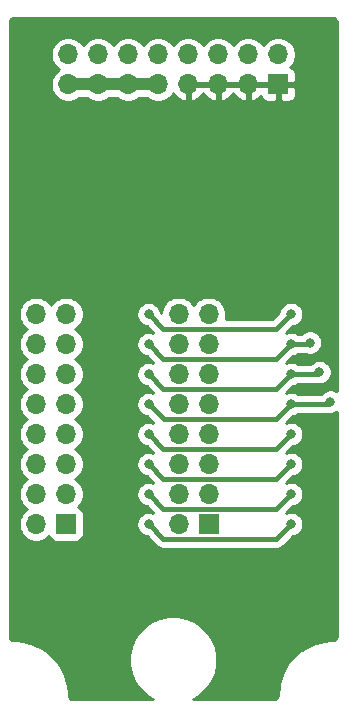
<source format=gbl>
%TF.GenerationSoftware,KiCad,Pcbnew,(5.1.9)-1*%
%TF.CreationDate,2021-08-11T21:42:47+01:00*%
%TF.ProjectId,Keymatrix,4b65796d-6174-4726-9978-2e6b69636164,rev?*%
%TF.SameCoordinates,Original*%
%TF.FileFunction,Copper,L2,Bot*%
%TF.FilePolarity,Positive*%
%FSLAX46Y46*%
G04 Gerber Fmt 4.6, Leading zero omitted, Abs format (unit mm)*
G04 Created by KiCad (PCBNEW (5.1.9)-1) date 2021-08-11 21:42:47*
%MOMM*%
%LPD*%
G01*
G04 APERTURE LIST*
%TA.AperFunction,ComponentPad*%
%ADD10O,1.700000X1.700000*%
%TD*%
%TA.AperFunction,ComponentPad*%
%ADD11R,1.700000X1.700000*%
%TD*%
%TA.AperFunction,ViaPad*%
%ADD12C,0.800000*%
%TD*%
%TA.AperFunction,Conductor*%
%ADD13C,1.000000*%
%TD*%
%TA.AperFunction,Conductor*%
%ADD14C,0.400000*%
%TD*%
%TA.AperFunction,Conductor*%
%ADD15C,0.254000*%
%TD*%
%TA.AperFunction,Conductor*%
%ADD16C,0.100000*%
%TD*%
G04 APERTURE END LIST*
D10*
%TO.P,J1,16*%
%TO.N,COL0*%
X22890000Y-45720000D03*
%TO.P,J1,15*%
%TO.N,Net-(D1-Pad2)*%
X25430000Y-45720000D03*
%TO.P,J1,14*%
%TO.N,COL0*%
X22890000Y-48260000D03*
%TO.P,J1,13*%
%TO.N,Net-(D3-Pad2)*%
X25430000Y-48260000D03*
%TO.P,J1,12*%
%TO.N,COL0*%
X22890000Y-50800000D03*
%TO.P,J1,11*%
%TO.N,Net-(D5-Pad2)*%
X25430000Y-50800000D03*
%TO.P,J1,10*%
%TO.N,COL0*%
X22890000Y-53340000D03*
%TO.P,J1,9*%
%TO.N,Net-(D7-Pad2)*%
X25430000Y-53340000D03*
%TO.P,J1,8*%
%TO.N,COL1*%
X22890000Y-55880000D03*
%TO.P,J1,7*%
%TO.N,Net-(D9-Pad2)*%
X25430000Y-55880000D03*
%TO.P,J1,6*%
%TO.N,COL1*%
X22890000Y-58420000D03*
%TO.P,J1,5*%
%TO.N,Net-(D11-Pad2)*%
X25430000Y-58420000D03*
%TO.P,J1,4*%
%TO.N,COL1*%
X22890000Y-60960000D03*
%TO.P,J1,3*%
%TO.N,Net-(D13-Pad2)*%
X25430000Y-60960000D03*
%TO.P,J1,2*%
%TO.N,COL1*%
X22890000Y-63500000D03*
D11*
%TO.P,J1,1*%
%TO.N,Net-(D15-Pad2)*%
X25430000Y-63500000D03*
%TD*%
D10*
%TO.P,J2,16*%
%TO.N,COL2*%
X34955000Y-45720000D03*
%TO.P,J2,15*%
%TO.N,Net-(D2-Pad2)*%
X37495000Y-45720000D03*
%TO.P,J2,14*%
%TO.N,COL2*%
X34955000Y-48260000D03*
%TO.P,J2,13*%
%TO.N,Net-(D4-Pad2)*%
X37495000Y-48260000D03*
%TO.P,J2,12*%
%TO.N,COL2*%
X34955000Y-50800000D03*
%TO.P,J2,11*%
%TO.N,Net-(D6-Pad2)*%
X37495000Y-50800000D03*
%TO.P,J2,10*%
%TO.N,COL2*%
X34955000Y-53340000D03*
%TO.P,J2,9*%
%TO.N,Net-(D8-Pad2)*%
X37495000Y-53340000D03*
%TO.P,J2,8*%
%TO.N,COL3*%
X34955000Y-55880000D03*
%TO.P,J2,7*%
%TO.N,Net-(D10-Pad2)*%
X37495000Y-55880000D03*
%TO.P,J2,6*%
%TO.N,COL3*%
X34955000Y-58420000D03*
%TO.P,J2,5*%
%TO.N,Net-(D12-Pad2)*%
X37495000Y-58420000D03*
%TO.P,J2,4*%
%TO.N,COL3*%
X34955000Y-60960000D03*
%TO.P,J2,3*%
%TO.N,Net-(D14-Pad2)*%
X37495000Y-60960000D03*
%TO.P,J2,2*%
%TO.N,COL3*%
X34955000Y-63500000D03*
D11*
%TO.P,J2,1*%
%TO.N,Net-(D16-Pad2)*%
X37495000Y-63500000D03*
%TD*%
D10*
%TO.P,J3,16*%
%TO.N,COL0*%
X25610000Y-23730000D03*
%TO.P,J3,15*%
%TO.N,+5V*%
X25610000Y-26270000D03*
%TO.P,J3,14*%
%TO.N,COL1*%
X28150000Y-23730000D03*
%TO.P,J3,13*%
%TO.N,+5V*%
X28150000Y-26270000D03*
%TO.P,J3,12*%
%TO.N,COL2*%
X30690000Y-23730000D03*
%TO.P,J3,11*%
%TO.N,+5V*%
X30690000Y-26270000D03*
%TO.P,J3,10*%
%TO.N,COL3*%
X33230000Y-23730000D03*
%TO.P,J3,9*%
%TO.N,+5V*%
X33230000Y-26270000D03*
%TO.P,J3,8*%
%TO.N,ROW0*%
X35770000Y-23730000D03*
%TO.P,J3,7*%
%TO.N,GND*%
X35770000Y-26270000D03*
%TO.P,J3,6*%
%TO.N,ROW1*%
X38310000Y-23730000D03*
%TO.P,J3,5*%
%TO.N,GND*%
X38310000Y-26270000D03*
%TO.P,J3,4*%
%TO.N,ROW2*%
X40850000Y-23730000D03*
%TO.P,J3,3*%
%TO.N,GND*%
X40850000Y-26270000D03*
%TO.P,J3,2*%
%TO.N,ROW3*%
X43390000Y-23730000D03*
D11*
%TO.P,J3,1*%
%TO.N,GND*%
X43390000Y-26270000D03*
%TD*%
D12*
%TO.N,GND*%
X23265000Y-72025000D03*
X45490000Y-72025000D03*
X25937500Y-40625000D03*
X27500000Y-40625000D03*
X25937500Y-41875000D03*
X27500000Y-41875000D03*
X25937500Y-39375000D03*
X27500000Y-39375000D03*
%TO.N,ROW0*%
X32415000Y-45720000D03*
X32415000Y-55880000D03*
X44480000Y-55880000D03*
X44480000Y-45720000D03*
%TO.N,ROW1*%
X32415000Y-48260000D03*
X32415000Y-58420000D03*
X44480000Y-48260000D03*
X44480000Y-58420000D03*
X46080001Y-48125000D03*
%TO.N,ROW2*%
X32415000Y-50800000D03*
X32415000Y-60960000D03*
X44480000Y-50800000D03*
X44480000Y-60960000D03*
X46880001Y-50625000D03*
%TO.N,ROW3*%
X32415000Y-53340000D03*
X32415000Y-63500000D03*
X44480000Y-53340000D03*
X44480000Y-63500000D03*
X47812500Y-53125000D03*
%TD*%
D13*
%TO.N,+5V*%
X33230000Y-26270000D02*
X30690000Y-26270000D01*
X30690000Y-26270000D02*
X28150000Y-26270000D01*
X28150000Y-26270000D02*
X25610000Y-26270000D01*
D14*
%TO.N,ROW0*%
X33665001Y-46970001D02*
X43229999Y-46970001D01*
X32415000Y-45720000D02*
X33665001Y-46970001D01*
X43229999Y-57130001D02*
X44480000Y-55880000D01*
X33665001Y-57130001D02*
X43229999Y-57130001D01*
X32415000Y-55880000D02*
X33665001Y-57130001D01*
X43229999Y-46970001D02*
X44480000Y-45720000D01*
%TO.N,ROW1*%
X43229999Y-49510001D02*
X44480000Y-48260000D01*
X33665001Y-49510001D02*
X43229999Y-49510001D01*
X32415000Y-48260000D02*
X33665001Y-49510001D01*
X43229999Y-59670001D02*
X44480000Y-58420000D01*
X33665001Y-59670001D02*
X43229999Y-59670001D01*
X32415000Y-58420000D02*
X33665001Y-59670001D01*
X45945001Y-48260000D02*
X46080001Y-48125000D01*
X44480000Y-48260000D02*
X45945001Y-48260000D01*
%TO.N,ROW2*%
X43229999Y-52050001D02*
X44480000Y-50800000D01*
X33665001Y-52050001D02*
X43229999Y-52050001D01*
X32415000Y-50800000D02*
X33665001Y-52050001D01*
X43229999Y-62210001D02*
X44480000Y-60960000D01*
X33665001Y-62210001D02*
X43229999Y-62210001D01*
X32415000Y-60960000D02*
X33665001Y-62210001D01*
X46705001Y-50800000D02*
X46880001Y-50625000D01*
X44480000Y-50800000D02*
X46705001Y-50800000D01*
%TO.N,ROW3*%
X43190001Y-54629999D02*
X44480000Y-53340000D01*
X33704999Y-54629999D02*
X43190001Y-54629999D01*
X32415000Y-53340000D02*
X33704999Y-54629999D01*
X43229999Y-64750001D02*
X44480000Y-63500000D01*
X33665001Y-64750001D02*
X43229999Y-64750001D01*
X32415000Y-63500000D02*
X33665001Y-64750001D01*
X47597500Y-53340000D02*
X47812500Y-53125000D01*
X44480000Y-53340000D02*
X47597500Y-53340000D01*
%TD*%
D15*
%TO.N,GND*%
X48065424Y-20669580D02*
X48128356Y-20688580D01*
X48186405Y-20719445D01*
X48237343Y-20760989D01*
X48279248Y-20811644D01*
X48310515Y-20869471D01*
X48329956Y-20932272D01*
X48340000Y-21027835D01*
X48340001Y-52232681D01*
X48302756Y-52207795D01*
X48114398Y-52129774D01*
X47914439Y-52090000D01*
X47710561Y-52090000D01*
X47510602Y-52129774D01*
X47322244Y-52207795D01*
X47152726Y-52321063D01*
X47008563Y-52465226D01*
X46981987Y-52505000D01*
X45093285Y-52505000D01*
X44970256Y-52422795D01*
X44781898Y-52344774D01*
X44581939Y-52305000D01*
X44378061Y-52305000D01*
X44178102Y-52344774D01*
X44072246Y-52388621D01*
X44636775Y-51824092D01*
X44781898Y-51795226D01*
X44970256Y-51717205D01*
X45093285Y-51635000D01*
X46652378Y-51635000D01*
X46778062Y-51660000D01*
X46981940Y-51660000D01*
X47181899Y-51620226D01*
X47370257Y-51542205D01*
X47539775Y-51428937D01*
X47683938Y-51284774D01*
X47797206Y-51115256D01*
X47875227Y-50926898D01*
X47915001Y-50726939D01*
X47915001Y-50523061D01*
X47875227Y-50323102D01*
X47797206Y-50134744D01*
X47683938Y-49965226D01*
X47539775Y-49821063D01*
X47370257Y-49707795D01*
X47181899Y-49629774D01*
X46981940Y-49590000D01*
X46778062Y-49590000D01*
X46578103Y-49629774D01*
X46389745Y-49707795D01*
X46220227Y-49821063D01*
X46076290Y-49965000D01*
X45093285Y-49965000D01*
X44970256Y-49882795D01*
X44781898Y-49804774D01*
X44581939Y-49765000D01*
X44378061Y-49765000D01*
X44178102Y-49804774D01*
X44072246Y-49848621D01*
X44636775Y-49284092D01*
X44781898Y-49255226D01*
X44970256Y-49177205D01*
X45093285Y-49095000D01*
X45717202Y-49095000D01*
X45778103Y-49120226D01*
X45978062Y-49160000D01*
X46181940Y-49160000D01*
X46381899Y-49120226D01*
X46570257Y-49042205D01*
X46739775Y-48928937D01*
X46883938Y-48784774D01*
X46997206Y-48615256D01*
X47075227Y-48426898D01*
X47115001Y-48226939D01*
X47115001Y-48023061D01*
X47075227Y-47823102D01*
X46997206Y-47634744D01*
X46883938Y-47465226D01*
X46739775Y-47321063D01*
X46570257Y-47207795D01*
X46381899Y-47129774D01*
X46181940Y-47090000D01*
X45978062Y-47090000D01*
X45778103Y-47129774D01*
X45589745Y-47207795D01*
X45420227Y-47321063D01*
X45316290Y-47425000D01*
X45093285Y-47425000D01*
X44970256Y-47342795D01*
X44781898Y-47264774D01*
X44581939Y-47225000D01*
X44378061Y-47225000D01*
X44178102Y-47264774D01*
X44072246Y-47308621D01*
X44636775Y-46744092D01*
X44781898Y-46715226D01*
X44970256Y-46637205D01*
X45139774Y-46523937D01*
X45283937Y-46379774D01*
X45397205Y-46210256D01*
X45475226Y-46021898D01*
X45515000Y-45821939D01*
X45515000Y-45618061D01*
X45475226Y-45418102D01*
X45397205Y-45229744D01*
X45283937Y-45060226D01*
X45139774Y-44916063D01*
X44970256Y-44802795D01*
X44781898Y-44724774D01*
X44581939Y-44685000D01*
X44378061Y-44685000D01*
X44178102Y-44724774D01*
X43989744Y-44802795D01*
X43820226Y-44916063D01*
X43676063Y-45060226D01*
X43562795Y-45229744D01*
X43484774Y-45418102D01*
X43455908Y-45563225D01*
X42884132Y-46135001D01*
X38926544Y-46135001D01*
X38980000Y-45866260D01*
X38980000Y-45573740D01*
X38922932Y-45286842D01*
X38810990Y-45016589D01*
X38648475Y-44773368D01*
X38441632Y-44566525D01*
X38198411Y-44404010D01*
X37928158Y-44292068D01*
X37641260Y-44235000D01*
X37348740Y-44235000D01*
X37061842Y-44292068D01*
X36791589Y-44404010D01*
X36548368Y-44566525D01*
X36341525Y-44773368D01*
X36225000Y-44947760D01*
X36108475Y-44773368D01*
X35901632Y-44566525D01*
X35658411Y-44404010D01*
X35388158Y-44292068D01*
X35101260Y-44235000D01*
X34808740Y-44235000D01*
X34521842Y-44292068D01*
X34251589Y-44404010D01*
X34008368Y-44566525D01*
X33801525Y-44773368D01*
X33639010Y-45016589D01*
X33527068Y-45286842D01*
X33470000Y-45573740D01*
X33470000Y-45594133D01*
X33439093Y-45563225D01*
X33410226Y-45418102D01*
X33332205Y-45229744D01*
X33218937Y-45060226D01*
X33074774Y-44916063D01*
X32905256Y-44802795D01*
X32716898Y-44724774D01*
X32516939Y-44685000D01*
X32313061Y-44685000D01*
X32113102Y-44724774D01*
X31924744Y-44802795D01*
X31755226Y-44916063D01*
X31611063Y-45060226D01*
X31497795Y-45229744D01*
X31419774Y-45418102D01*
X31380000Y-45618061D01*
X31380000Y-45821939D01*
X31419774Y-46021898D01*
X31497795Y-46210256D01*
X31611063Y-46379774D01*
X31755226Y-46523937D01*
X31924744Y-46637205D01*
X32113102Y-46715226D01*
X32258225Y-46744093D01*
X32822753Y-47308621D01*
X32716898Y-47264774D01*
X32516939Y-47225000D01*
X32313061Y-47225000D01*
X32113102Y-47264774D01*
X31924744Y-47342795D01*
X31755226Y-47456063D01*
X31611063Y-47600226D01*
X31497795Y-47769744D01*
X31419774Y-47958102D01*
X31380000Y-48158061D01*
X31380000Y-48361939D01*
X31419774Y-48561898D01*
X31497795Y-48750256D01*
X31611063Y-48919774D01*
X31755226Y-49063937D01*
X31924744Y-49177205D01*
X32113102Y-49255226D01*
X32258225Y-49284093D01*
X32822753Y-49848621D01*
X32716898Y-49804774D01*
X32516939Y-49765000D01*
X32313061Y-49765000D01*
X32113102Y-49804774D01*
X31924744Y-49882795D01*
X31755226Y-49996063D01*
X31611063Y-50140226D01*
X31497795Y-50309744D01*
X31419774Y-50498102D01*
X31380000Y-50698061D01*
X31380000Y-50901939D01*
X31419774Y-51101898D01*
X31497795Y-51290256D01*
X31611063Y-51459774D01*
X31755226Y-51603937D01*
X31924744Y-51717205D01*
X32113102Y-51795226D01*
X32258225Y-51824093D01*
X32822753Y-52388621D01*
X32716898Y-52344774D01*
X32516939Y-52305000D01*
X32313061Y-52305000D01*
X32113102Y-52344774D01*
X31924744Y-52422795D01*
X31755226Y-52536063D01*
X31611063Y-52680226D01*
X31497795Y-52849744D01*
X31419774Y-53038102D01*
X31380000Y-53238061D01*
X31380000Y-53441939D01*
X31419774Y-53641898D01*
X31497795Y-53830256D01*
X31611063Y-53999774D01*
X31755226Y-54143937D01*
X31924744Y-54257205D01*
X32113102Y-54335226D01*
X32258225Y-54364093D01*
X32822753Y-54928621D01*
X32716898Y-54884774D01*
X32516939Y-54845000D01*
X32313061Y-54845000D01*
X32113102Y-54884774D01*
X31924744Y-54962795D01*
X31755226Y-55076063D01*
X31611063Y-55220226D01*
X31497795Y-55389744D01*
X31419774Y-55578102D01*
X31380000Y-55778061D01*
X31380000Y-55981939D01*
X31419774Y-56181898D01*
X31497795Y-56370256D01*
X31611063Y-56539774D01*
X31755226Y-56683937D01*
X31924744Y-56797205D01*
X32113102Y-56875226D01*
X32258225Y-56904093D01*
X32822753Y-57468621D01*
X32716898Y-57424774D01*
X32516939Y-57385000D01*
X32313061Y-57385000D01*
X32113102Y-57424774D01*
X31924744Y-57502795D01*
X31755226Y-57616063D01*
X31611063Y-57760226D01*
X31497795Y-57929744D01*
X31419774Y-58118102D01*
X31380000Y-58318061D01*
X31380000Y-58521939D01*
X31419774Y-58721898D01*
X31497795Y-58910256D01*
X31611063Y-59079774D01*
X31755226Y-59223937D01*
X31924744Y-59337205D01*
X32113102Y-59415226D01*
X32258225Y-59444093D01*
X32822753Y-60008621D01*
X32716898Y-59964774D01*
X32516939Y-59925000D01*
X32313061Y-59925000D01*
X32113102Y-59964774D01*
X31924744Y-60042795D01*
X31755226Y-60156063D01*
X31611063Y-60300226D01*
X31497795Y-60469744D01*
X31419774Y-60658102D01*
X31380000Y-60858061D01*
X31380000Y-61061939D01*
X31419774Y-61261898D01*
X31497795Y-61450256D01*
X31611063Y-61619774D01*
X31755226Y-61763937D01*
X31924744Y-61877205D01*
X32113102Y-61955226D01*
X32258225Y-61984093D01*
X32822753Y-62548621D01*
X32716898Y-62504774D01*
X32516939Y-62465000D01*
X32313061Y-62465000D01*
X32113102Y-62504774D01*
X31924744Y-62582795D01*
X31755226Y-62696063D01*
X31611063Y-62840226D01*
X31497795Y-63009744D01*
X31419774Y-63198102D01*
X31380000Y-63398061D01*
X31380000Y-63601939D01*
X31419774Y-63801898D01*
X31497795Y-63990256D01*
X31611063Y-64159774D01*
X31755226Y-64303937D01*
X31924744Y-64417205D01*
X32113102Y-64495226D01*
X32258225Y-64524093D01*
X33045559Y-65311427D01*
X33071710Y-65343292D01*
X33198855Y-65447637D01*
X33343914Y-65525173D01*
X33501312Y-65572919D01*
X33623982Y-65585001D01*
X33623992Y-65585001D01*
X33665000Y-65589040D01*
X33706008Y-65585001D01*
X43188981Y-65585001D01*
X43229999Y-65589041D01*
X43271017Y-65585001D01*
X43271018Y-65585001D01*
X43393688Y-65572919D01*
X43551086Y-65525173D01*
X43696145Y-65447637D01*
X43823290Y-65343292D01*
X43849445Y-65311422D01*
X44636775Y-64524092D01*
X44781898Y-64495226D01*
X44970256Y-64417205D01*
X45139774Y-64303937D01*
X45283937Y-64159774D01*
X45397205Y-63990256D01*
X45475226Y-63801898D01*
X45515000Y-63601939D01*
X45515000Y-63398061D01*
X45475226Y-63198102D01*
X45397205Y-63009744D01*
X45283937Y-62840226D01*
X45139774Y-62696063D01*
X44970256Y-62582795D01*
X44781898Y-62504774D01*
X44581939Y-62465000D01*
X44378061Y-62465000D01*
X44178102Y-62504774D01*
X44072246Y-62548621D01*
X44636775Y-61984092D01*
X44781898Y-61955226D01*
X44970256Y-61877205D01*
X45139774Y-61763937D01*
X45283937Y-61619774D01*
X45397205Y-61450256D01*
X45475226Y-61261898D01*
X45515000Y-61061939D01*
X45515000Y-60858061D01*
X45475226Y-60658102D01*
X45397205Y-60469744D01*
X45283937Y-60300226D01*
X45139774Y-60156063D01*
X44970256Y-60042795D01*
X44781898Y-59964774D01*
X44581939Y-59925000D01*
X44378061Y-59925000D01*
X44178102Y-59964774D01*
X44072246Y-60008621D01*
X44636775Y-59444092D01*
X44781898Y-59415226D01*
X44970256Y-59337205D01*
X45139774Y-59223937D01*
X45283937Y-59079774D01*
X45397205Y-58910256D01*
X45475226Y-58721898D01*
X45515000Y-58521939D01*
X45515000Y-58318061D01*
X45475226Y-58118102D01*
X45397205Y-57929744D01*
X45283937Y-57760226D01*
X45139774Y-57616063D01*
X44970256Y-57502795D01*
X44781898Y-57424774D01*
X44581939Y-57385000D01*
X44378061Y-57385000D01*
X44178102Y-57424774D01*
X44072246Y-57468621D01*
X44636775Y-56904092D01*
X44781898Y-56875226D01*
X44970256Y-56797205D01*
X45139774Y-56683937D01*
X45283937Y-56539774D01*
X45397205Y-56370256D01*
X45475226Y-56181898D01*
X45515000Y-55981939D01*
X45515000Y-55778061D01*
X45475226Y-55578102D01*
X45397205Y-55389744D01*
X45283937Y-55220226D01*
X45139774Y-55076063D01*
X44970256Y-54962795D01*
X44781898Y-54884774D01*
X44581939Y-54845000D01*
X44378061Y-54845000D01*
X44178102Y-54884774D01*
X44072246Y-54928621D01*
X44636775Y-54364092D01*
X44781898Y-54335226D01*
X44970256Y-54257205D01*
X45093285Y-54175000D01*
X47556482Y-54175000D01*
X47597500Y-54179040D01*
X47638518Y-54175000D01*
X47638519Y-54175000D01*
X47761189Y-54162918D01*
X47770808Y-54160000D01*
X47914439Y-54160000D01*
X48114398Y-54120226D01*
X48302756Y-54042205D01*
X48340001Y-54017319D01*
X48340001Y-72967711D01*
X48330420Y-73065424D01*
X48311420Y-73128357D01*
X48280554Y-73186406D01*
X48239011Y-73237343D01*
X48188356Y-73279248D01*
X48130529Y-73310515D01*
X48067728Y-73329956D01*
X47971252Y-73340096D01*
X47969782Y-73340101D01*
X47941095Y-73343014D01*
X47912257Y-73342813D01*
X47903086Y-73343713D01*
X47126699Y-73425315D01*
X47068106Y-73437342D01*
X47009342Y-73448552D01*
X47000520Y-73451215D01*
X46254771Y-73682063D01*
X46199608Y-73705251D01*
X46144162Y-73727653D01*
X46136026Y-73731979D01*
X45449316Y-74103282D01*
X45399741Y-74136721D01*
X45349670Y-74169486D01*
X45342529Y-74175311D01*
X44741017Y-74672924D01*
X44698863Y-74715374D01*
X44656127Y-74757224D01*
X44650253Y-74764324D01*
X44156852Y-75369295D01*
X44123764Y-75419096D01*
X44089953Y-75468476D01*
X44085570Y-75476582D01*
X43719071Y-76165867D01*
X43696280Y-76221161D01*
X43672710Y-76276154D01*
X43669985Y-76284957D01*
X43444348Y-77032302D01*
X43432725Y-77091005D01*
X43420292Y-77149494D01*
X43419329Y-77158658D01*
X43343151Y-77935581D01*
X43343150Y-77935595D01*
X43330420Y-78065424D01*
X43311420Y-78128357D01*
X43280554Y-78186406D01*
X43239011Y-78237343D01*
X43188356Y-78279248D01*
X43130529Y-78310515D01*
X43067728Y-78329956D01*
X42972165Y-78340000D01*
X36175645Y-78340000D01*
X36265396Y-78302824D01*
X36875824Y-77894950D01*
X37394950Y-77375824D01*
X37802824Y-76765396D01*
X38083773Y-76087126D01*
X38227000Y-75367077D01*
X38227000Y-74632923D01*
X38083773Y-73912874D01*
X37802824Y-73234604D01*
X37394950Y-72624176D01*
X36875824Y-72105050D01*
X36265396Y-71697176D01*
X35587126Y-71416227D01*
X34867077Y-71273000D01*
X34132923Y-71273000D01*
X33412874Y-71416227D01*
X32734604Y-71697176D01*
X32124176Y-72105050D01*
X31605050Y-72624176D01*
X31197176Y-73234604D01*
X30916227Y-73912874D01*
X30773000Y-74632923D01*
X30773000Y-75367077D01*
X30916227Y-76087126D01*
X31197176Y-76765396D01*
X31605050Y-77375824D01*
X32124176Y-77894950D01*
X32734604Y-78302824D01*
X32824355Y-78340000D01*
X26032279Y-78340000D01*
X25934576Y-78330420D01*
X25871643Y-78311420D01*
X25813594Y-78280554D01*
X25762657Y-78239011D01*
X25720752Y-78188356D01*
X25689485Y-78130529D01*
X25670044Y-78067728D01*
X25659904Y-77971252D01*
X25659899Y-77969782D01*
X25656986Y-77941095D01*
X25657187Y-77912257D01*
X25656287Y-77903086D01*
X25574685Y-77126699D01*
X25562658Y-77068106D01*
X25551448Y-77009342D01*
X25548785Y-77000520D01*
X25317937Y-76254771D01*
X25294749Y-76199608D01*
X25272347Y-76144162D01*
X25268021Y-76136026D01*
X24896718Y-75449316D01*
X24863279Y-75399741D01*
X24830514Y-75349670D01*
X24824689Y-75342529D01*
X24327076Y-74741017D01*
X24284621Y-74698858D01*
X24242776Y-74656127D01*
X24235676Y-74650253D01*
X23630705Y-74156852D01*
X23580904Y-74123764D01*
X23531524Y-74089953D01*
X23523418Y-74085570D01*
X22834133Y-73719071D01*
X22778839Y-73696280D01*
X22723846Y-73672710D01*
X22715043Y-73669985D01*
X21967698Y-73444348D01*
X21908995Y-73432725D01*
X21850506Y-73420292D01*
X21841342Y-73419329D01*
X21064419Y-73343151D01*
X21064405Y-73343150D01*
X20934576Y-73330420D01*
X20871643Y-73311420D01*
X20813594Y-73280554D01*
X20762657Y-73239011D01*
X20720752Y-73188356D01*
X20689485Y-73130529D01*
X20670044Y-73067728D01*
X20660000Y-72972165D01*
X20660000Y-45573740D01*
X21405000Y-45573740D01*
X21405000Y-45866260D01*
X21462068Y-46153158D01*
X21574010Y-46423411D01*
X21736525Y-46666632D01*
X21943368Y-46873475D01*
X22117760Y-46990000D01*
X21943368Y-47106525D01*
X21736525Y-47313368D01*
X21574010Y-47556589D01*
X21462068Y-47826842D01*
X21405000Y-48113740D01*
X21405000Y-48406260D01*
X21462068Y-48693158D01*
X21574010Y-48963411D01*
X21736525Y-49206632D01*
X21943368Y-49413475D01*
X22117760Y-49530000D01*
X21943368Y-49646525D01*
X21736525Y-49853368D01*
X21574010Y-50096589D01*
X21462068Y-50366842D01*
X21405000Y-50653740D01*
X21405000Y-50946260D01*
X21462068Y-51233158D01*
X21574010Y-51503411D01*
X21736525Y-51746632D01*
X21943368Y-51953475D01*
X22117760Y-52070000D01*
X21943368Y-52186525D01*
X21736525Y-52393368D01*
X21574010Y-52636589D01*
X21462068Y-52906842D01*
X21405000Y-53193740D01*
X21405000Y-53486260D01*
X21462068Y-53773158D01*
X21574010Y-54043411D01*
X21736525Y-54286632D01*
X21943368Y-54493475D01*
X22117760Y-54610000D01*
X21943368Y-54726525D01*
X21736525Y-54933368D01*
X21574010Y-55176589D01*
X21462068Y-55446842D01*
X21405000Y-55733740D01*
X21405000Y-56026260D01*
X21462068Y-56313158D01*
X21574010Y-56583411D01*
X21736525Y-56826632D01*
X21943368Y-57033475D01*
X22117760Y-57150000D01*
X21943368Y-57266525D01*
X21736525Y-57473368D01*
X21574010Y-57716589D01*
X21462068Y-57986842D01*
X21405000Y-58273740D01*
X21405000Y-58566260D01*
X21462068Y-58853158D01*
X21574010Y-59123411D01*
X21736525Y-59366632D01*
X21943368Y-59573475D01*
X22117760Y-59690000D01*
X21943368Y-59806525D01*
X21736525Y-60013368D01*
X21574010Y-60256589D01*
X21462068Y-60526842D01*
X21405000Y-60813740D01*
X21405000Y-61106260D01*
X21462068Y-61393158D01*
X21574010Y-61663411D01*
X21736525Y-61906632D01*
X21943368Y-62113475D01*
X22117760Y-62230000D01*
X21943368Y-62346525D01*
X21736525Y-62553368D01*
X21574010Y-62796589D01*
X21462068Y-63066842D01*
X21405000Y-63353740D01*
X21405000Y-63646260D01*
X21462068Y-63933158D01*
X21574010Y-64203411D01*
X21736525Y-64446632D01*
X21943368Y-64653475D01*
X22186589Y-64815990D01*
X22456842Y-64927932D01*
X22743740Y-64985000D01*
X23036260Y-64985000D01*
X23323158Y-64927932D01*
X23593411Y-64815990D01*
X23836632Y-64653475D01*
X23968487Y-64521620D01*
X23990498Y-64594180D01*
X24049463Y-64704494D01*
X24128815Y-64801185D01*
X24225506Y-64880537D01*
X24335820Y-64939502D01*
X24455518Y-64975812D01*
X24580000Y-64988072D01*
X26280000Y-64988072D01*
X26404482Y-64975812D01*
X26524180Y-64939502D01*
X26634494Y-64880537D01*
X26731185Y-64801185D01*
X26810537Y-64704494D01*
X26869502Y-64594180D01*
X26905812Y-64474482D01*
X26918072Y-64350000D01*
X26918072Y-62650000D01*
X26905812Y-62525518D01*
X26869502Y-62405820D01*
X26810537Y-62295506D01*
X26731185Y-62198815D01*
X26634494Y-62119463D01*
X26524180Y-62060498D01*
X26451620Y-62038487D01*
X26583475Y-61906632D01*
X26745990Y-61663411D01*
X26857932Y-61393158D01*
X26915000Y-61106260D01*
X26915000Y-60813740D01*
X26857932Y-60526842D01*
X26745990Y-60256589D01*
X26583475Y-60013368D01*
X26376632Y-59806525D01*
X26202240Y-59690000D01*
X26376632Y-59573475D01*
X26583475Y-59366632D01*
X26745990Y-59123411D01*
X26857932Y-58853158D01*
X26915000Y-58566260D01*
X26915000Y-58273740D01*
X26857932Y-57986842D01*
X26745990Y-57716589D01*
X26583475Y-57473368D01*
X26376632Y-57266525D01*
X26202240Y-57150000D01*
X26376632Y-57033475D01*
X26583475Y-56826632D01*
X26745990Y-56583411D01*
X26857932Y-56313158D01*
X26915000Y-56026260D01*
X26915000Y-55733740D01*
X26857932Y-55446842D01*
X26745990Y-55176589D01*
X26583475Y-54933368D01*
X26376632Y-54726525D01*
X26202240Y-54610000D01*
X26376632Y-54493475D01*
X26583475Y-54286632D01*
X26745990Y-54043411D01*
X26857932Y-53773158D01*
X26915000Y-53486260D01*
X26915000Y-53193740D01*
X26857932Y-52906842D01*
X26745990Y-52636589D01*
X26583475Y-52393368D01*
X26376632Y-52186525D01*
X26202240Y-52070000D01*
X26376632Y-51953475D01*
X26583475Y-51746632D01*
X26745990Y-51503411D01*
X26857932Y-51233158D01*
X26915000Y-50946260D01*
X26915000Y-50653740D01*
X26857932Y-50366842D01*
X26745990Y-50096589D01*
X26583475Y-49853368D01*
X26376632Y-49646525D01*
X26202240Y-49530000D01*
X26376632Y-49413475D01*
X26583475Y-49206632D01*
X26745990Y-48963411D01*
X26857932Y-48693158D01*
X26915000Y-48406260D01*
X26915000Y-48113740D01*
X26857932Y-47826842D01*
X26745990Y-47556589D01*
X26583475Y-47313368D01*
X26376632Y-47106525D01*
X26202240Y-46990000D01*
X26376632Y-46873475D01*
X26583475Y-46666632D01*
X26745990Y-46423411D01*
X26857932Y-46153158D01*
X26915000Y-45866260D01*
X26915000Y-45573740D01*
X26857932Y-45286842D01*
X26745990Y-45016589D01*
X26583475Y-44773368D01*
X26376632Y-44566525D01*
X26133411Y-44404010D01*
X25863158Y-44292068D01*
X25576260Y-44235000D01*
X25283740Y-44235000D01*
X24996842Y-44292068D01*
X24726589Y-44404010D01*
X24483368Y-44566525D01*
X24276525Y-44773368D01*
X24160000Y-44947760D01*
X24043475Y-44773368D01*
X23836632Y-44566525D01*
X23593411Y-44404010D01*
X23323158Y-44292068D01*
X23036260Y-44235000D01*
X22743740Y-44235000D01*
X22456842Y-44292068D01*
X22186589Y-44404010D01*
X21943368Y-44566525D01*
X21736525Y-44773368D01*
X21574010Y-45016589D01*
X21462068Y-45286842D01*
X21405000Y-45573740D01*
X20660000Y-45573740D01*
X20660000Y-23583740D01*
X24125000Y-23583740D01*
X24125000Y-23876260D01*
X24182068Y-24163158D01*
X24294010Y-24433411D01*
X24456525Y-24676632D01*
X24663368Y-24883475D01*
X24837760Y-25000000D01*
X24663368Y-25116525D01*
X24456525Y-25323368D01*
X24294010Y-25566589D01*
X24182068Y-25836842D01*
X24125000Y-26123740D01*
X24125000Y-26416260D01*
X24182068Y-26703158D01*
X24294010Y-26973411D01*
X24456525Y-27216632D01*
X24663368Y-27423475D01*
X24906589Y-27585990D01*
X25176842Y-27697932D01*
X25463740Y-27755000D01*
X25756260Y-27755000D01*
X26043158Y-27697932D01*
X26313411Y-27585990D01*
X26556632Y-27423475D01*
X26575107Y-27405000D01*
X27184893Y-27405000D01*
X27203368Y-27423475D01*
X27446589Y-27585990D01*
X27716842Y-27697932D01*
X28003740Y-27755000D01*
X28296260Y-27755000D01*
X28583158Y-27697932D01*
X28853411Y-27585990D01*
X29096632Y-27423475D01*
X29115107Y-27405000D01*
X29724893Y-27405000D01*
X29743368Y-27423475D01*
X29986589Y-27585990D01*
X30256842Y-27697932D01*
X30543740Y-27755000D01*
X30836260Y-27755000D01*
X31123158Y-27697932D01*
X31393411Y-27585990D01*
X31636632Y-27423475D01*
X31655107Y-27405000D01*
X32264893Y-27405000D01*
X32283368Y-27423475D01*
X32526589Y-27585990D01*
X32796842Y-27697932D01*
X33083740Y-27755000D01*
X33376260Y-27755000D01*
X33663158Y-27697932D01*
X33933411Y-27585990D01*
X34176632Y-27423475D01*
X34383475Y-27216632D01*
X34505195Y-27034466D01*
X34574822Y-27151355D01*
X34769731Y-27367588D01*
X35003080Y-27541641D01*
X35265901Y-27666825D01*
X35413110Y-27711476D01*
X35643000Y-27590155D01*
X35643000Y-26397000D01*
X35897000Y-26397000D01*
X35897000Y-27590155D01*
X36126890Y-27711476D01*
X36274099Y-27666825D01*
X36536920Y-27541641D01*
X36770269Y-27367588D01*
X36965178Y-27151355D01*
X37040000Y-27025745D01*
X37114822Y-27151355D01*
X37309731Y-27367588D01*
X37543080Y-27541641D01*
X37805901Y-27666825D01*
X37953110Y-27711476D01*
X38183000Y-27590155D01*
X38183000Y-26397000D01*
X38437000Y-26397000D01*
X38437000Y-27590155D01*
X38666890Y-27711476D01*
X38814099Y-27666825D01*
X39076920Y-27541641D01*
X39310269Y-27367588D01*
X39505178Y-27151355D01*
X39580000Y-27025745D01*
X39654822Y-27151355D01*
X39849731Y-27367588D01*
X40083080Y-27541641D01*
X40345901Y-27666825D01*
X40493110Y-27711476D01*
X40723000Y-27590155D01*
X40723000Y-26397000D01*
X40977000Y-26397000D01*
X40977000Y-27590155D01*
X41206890Y-27711476D01*
X41354099Y-27666825D01*
X41616920Y-27541641D01*
X41850269Y-27367588D01*
X41926034Y-27283534D01*
X41950498Y-27364180D01*
X42009463Y-27474494D01*
X42088815Y-27571185D01*
X42185506Y-27650537D01*
X42295820Y-27709502D01*
X42415518Y-27745812D01*
X42540000Y-27758072D01*
X43104250Y-27755000D01*
X43263000Y-27596250D01*
X43263000Y-26397000D01*
X43517000Y-26397000D01*
X43517000Y-27596250D01*
X43675750Y-27755000D01*
X44240000Y-27758072D01*
X44364482Y-27745812D01*
X44484180Y-27709502D01*
X44594494Y-27650537D01*
X44691185Y-27571185D01*
X44770537Y-27474494D01*
X44829502Y-27364180D01*
X44865812Y-27244482D01*
X44878072Y-27120000D01*
X44875000Y-26555750D01*
X44716250Y-26397000D01*
X43517000Y-26397000D01*
X43263000Y-26397000D01*
X40977000Y-26397000D01*
X40723000Y-26397000D01*
X38437000Y-26397000D01*
X38183000Y-26397000D01*
X35897000Y-26397000D01*
X35643000Y-26397000D01*
X35623000Y-26397000D01*
X35623000Y-26143000D01*
X35643000Y-26143000D01*
X35643000Y-26123000D01*
X35897000Y-26123000D01*
X35897000Y-26143000D01*
X38183000Y-26143000D01*
X38183000Y-26123000D01*
X38437000Y-26123000D01*
X38437000Y-26143000D01*
X40723000Y-26143000D01*
X40723000Y-26123000D01*
X40977000Y-26123000D01*
X40977000Y-26143000D01*
X43263000Y-26143000D01*
X43263000Y-26123000D01*
X43517000Y-26123000D01*
X43517000Y-26143000D01*
X44716250Y-26143000D01*
X44875000Y-25984250D01*
X44878072Y-25420000D01*
X44865812Y-25295518D01*
X44829502Y-25175820D01*
X44770537Y-25065506D01*
X44691185Y-24968815D01*
X44594494Y-24889463D01*
X44484180Y-24830498D01*
X44411620Y-24808487D01*
X44543475Y-24676632D01*
X44705990Y-24433411D01*
X44817932Y-24163158D01*
X44875000Y-23876260D01*
X44875000Y-23583740D01*
X44817932Y-23296842D01*
X44705990Y-23026589D01*
X44543475Y-22783368D01*
X44336632Y-22576525D01*
X44093411Y-22414010D01*
X43823158Y-22302068D01*
X43536260Y-22245000D01*
X43243740Y-22245000D01*
X42956842Y-22302068D01*
X42686589Y-22414010D01*
X42443368Y-22576525D01*
X42236525Y-22783368D01*
X42120000Y-22957760D01*
X42003475Y-22783368D01*
X41796632Y-22576525D01*
X41553411Y-22414010D01*
X41283158Y-22302068D01*
X40996260Y-22245000D01*
X40703740Y-22245000D01*
X40416842Y-22302068D01*
X40146589Y-22414010D01*
X39903368Y-22576525D01*
X39696525Y-22783368D01*
X39580000Y-22957760D01*
X39463475Y-22783368D01*
X39256632Y-22576525D01*
X39013411Y-22414010D01*
X38743158Y-22302068D01*
X38456260Y-22245000D01*
X38163740Y-22245000D01*
X37876842Y-22302068D01*
X37606589Y-22414010D01*
X37363368Y-22576525D01*
X37156525Y-22783368D01*
X37040000Y-22957760D01*
X36923475Y-22783368D01*
X36716632Y-22576525D01*
X36473411Y-22414010D01*
X36203158Y-22302068D01*
X35916260Y-22245000D01*
X35623740Y-22245000D01*
X35336842Y-22302068D01*
X35066589Y-22414010D01*
X34823368Y-22576525D01*
X34616525Y-22783368D01*
X34500000Y-22957760D01*
X34383475Y-22783368D01*
X34176632Y-22576525D01*
X33933411Y-22414010D01*
X33663158Y-22302068D01*
X33376260Y-22245000D01*
X33083740Y-22245000D01*
X32796842Y-22302068D01*
X32526589Y-22414010D01*
X32283368Y-22576525D01*
X32076525Y-22783368D01*
X31960000Y-22957760D01*
X31843475Y-22783368D01*
X31636632Y-22576525D01*
X31393411Y-22414010D01*
X31123158Y-22302068D01*
X30836260Y-22245000D01*
X30543740Y-22245000D01*
X30256842Y-22302068D01*
X29986589Y-22414010D01*
X29743368Y-22576525D01*
X29536525Y-22783368D01*
X29420000Y-22957760D01*
X29303475Y-22783368D01*
X29096632Y-22576525D01*
X28853411Y-22414010D01*
X28583158Y-22302068D01*
X28296260Y-22245000D01*
X28003740Y-22245000D01*
X27716842Y-22302068D01*
X27446589Y-22414010D01*
X27203368Y-22576525D01*
X26996525Y-22783368D01*
X26880000Y-22957760D01*
X26763475Y-22783368D01*
X26556632Y-22576525D01*
X26313411Y-22414010D01*
X26043158Y-22302068D01*
X25756260Y-22245000D01*
X25463740Y-22245000D01*
X25176842Y-22302068D01*
X24906589Y-22414010D01*
X24663368Y-22576525D01*
X24456525Y-22783368D01*
X24294010Y-23026589D01*
X24182068Y-23296842D01*
X24125000Y-23583740D01*
X20660000Y-23583740D01*
X20660000Y-21032279D01*
X20669580Y-20934576D01*
X20688580Y-20871644D01*
X20719445Y-20813595D01*
X20760989Y-20762657D01*
X20811644Y-20720752D01*
X20869471Y-20689485D01*
X20932272Y-20670044D01*
X21027835Y-20660000D01*
X47967721Y-20660000D01*
X48065424Y-20669580D01*
%TA.AperFunction,Conductor*%
D16*
G36*
X48065424Y-20669580D02*
G01*
X48128356Y-20688580D01*
X48186405Y-20719445D01*
X48237343Y-20760989D01*
X48279248Y-20811644D01*
X48310515Y-20869471D01*
X48329956Y-20932272D01*
X48340000Y-21027835D01*
X48340001Y-52232681D01*
X48302756Y-52207795D01*
X48114398Y-52129774D01*
X47914439Y-52090000D01*
X47710561Y-52090000D01*
X47510602Y-52129774D01*
X47322244Y-52207795D01*
X47152726Y-52321063D01*
X47008563Y-52465226D01*
X46981987Y-52505000D01*
X45093285Y-52505000D01*
X44970256Y-52422795D01*
X44781898Y-52344774D01*
X44581939Y-52305000D01*
X44378061Y-52305000D01*
X44178102Y-52344774D01*
X44072246Y-52388621D01*
X44636775Y-51824092D01*
X44781898Y-51795226D01*
X44970256Y-51717205D01*
X45093285Y-51635000D01*
X46652378Y-51635000D01*
X46778062Y-51660000D01*
X46981940Y-51660000D01*
X47181899Y-51620226D01*
X47370257Y-51542205D01*
X47539775Y-51428937D01*
X47683938Y-51284774D01*
X47797206Y-51115256D01*
X47875227Y-50926898D01*
X47915001Y-50726939D01*
X47915001Y-50523061D01*
X47875227Y-50323102D01*
X47797206Y-50134744D01*
X47683938Y-49965226D01*
X47539775Y-49821063D01*
X47370257Y-49707795D01*
X47181899Y-49629774D01*
X46981940Y-49590000D01*
X46778062Y-49590000D01*
X46578103Y-49629774D01*
X46389745Y-49707795D01*
X46220227Y-49821063D01*
X46076290Y-49965000D01*
X45093285Y-49965000D01*
X44970256Y-49882795D01*
X44781898Y-49804774D01*
X44581939Y-49765000D01*
X44378061Y-49765000D01*
X44178102Y-49804774D01*
X44072246Y-49848621D01*
X44636775Y-49284092D01*
X44781898Y-49255226D01*
X44970256Y-49177205D01*
X45093285Y-49095000D01*
X45717202Y-49095000D01*
X45778103Y-49120226D01*
X45978062Y-49160000D01*
X46181940Y-49160000D01*
X46381899Y-49120226D01*
X46570257Y-49042205D01*
X46739775Y-48928937D01*
X46883938Y-48784774D01*
X46997206Y-48615256D01*
X47075227Y-48426898D01*
X47115001Y-48226939D01*
X47115001Y-48023061D01*
X47075227Y-47823102D01*
X46997206Y-47634744D01*
X46883938Y-47465226D01*
X46739775Y-47321063D01*
X46570257Y-47207795D01*
X46381899Y-47129774D01*
X46181940Y-47090000D01*
X45978062Y-47090000D01*
X45778103Y-47129774D01*
X45589745Y-47207795D01*
X45420227Y-47321063D01*
X45316290Y-47425000D01*
X45093285Y-47425000D01*
X44970256Y-47342795D01*
X44781898Y-47264774D01*
X44581939Y-47225000D01*
X44378061Y-47225000D01*
X44178102Y-47264774D01*
X44072246Y-47308621D01*
X44636775Y-46744092D01*
X44781898Y-46715226D01*
X44970256Y-46637205D01*
X45139774Y-46523937D01*
X45283937Y-46379774D01*
X45397205Y-46210256D01*
X45475226Y-46021898D01*
X45515000Y-45821939D01*
X45515000Y-45618061D01*
X45475226Y-45418102D01*
X45397205Y-45229744D01*
X45283937Y-45060226D01*
X45139774Y-44916063D01*
X44970256Y-44802795D01*
X44781898Y-44724774D01*
X44581939Y-44685000D01*
X44378061Y-44685000D01*
X44178102Y-44724774D01*
X43989744Y-44802795D01*
X43820226Y-44916063D01*
X43676063Y-45060226D01*
X43562795Y-45229744D01*
X43484774Y-45418102D01*
X43455908Y-45563225D01*
X42884132Y-46135001D01*
X38926544Y-46135001D01*
X38980000Y-45866260D01*
X38980000Y-45573740D01*
X38922932Y-45286842D01*
X38810990Y-45016589D01*
X38648475Y-44773368D01*
X38441632Y-44566525D01*
X38198411Y-44404010D01*
X37928158Y-44292068D01*
X37641260Y-44235000D01*
X37348740Y-44235000D01*
X37061842Y-44292068D01*
X36791589Y-44404010D01*
X36548368Y-44566525D01*
X36341525Y-44773368D01*
X36225000Y-44947760D01*
X36108475Y-44773368D01*
X35901632Y-44566525D01*
X35658411Y-44404010D01*
X35388158Y-44292068D01*
X35101260Y-44235000D01*
X34808740Y-44235000D01*
X34521842Y-44292068D01*
X34251589Y-44404010D01*
X34008368Y-44566525D01*
X33801525Y-44773368D01*
X33639010Y-45016589D01*
X33527068Y-45286842D01*
X33470000Y-45573740D01*
X33470000Y-45594133D01*
X33439093Y-45563225D01*
X33410226Y-45418102D01*
X33332205Y-45229744D01*
X33218937Y-45060226D01*
X33074774Y-44916063D01*
X32905256Y-44802795D01*
X32716898Y-44724774D01*
X32516939Y-44685000D01*
X32313061Y-44685000D01*
X32113102Y-44724774D01*
X31924744Y-44802795D01*
X31755226Y-44916063D01*
X31611063Y-45060226D01*
X31497795Y-45229744D01*
X31419774Y-45418102D01*
X31380000Y-45618061D01*
X31380000Y-45821939D01*
X31419774Y-46021898D01*
X31497795Y-46210256D01*
X31611063Y-46379774D01*
X31755226Y-46523937D01*
X31924744Y-46637205D01*
X32113102Y-46715226D01*
X32258225Y-46744093D01*
X32822753Y-47308621D01*
X32716898Y-47264774D01*
X32516939Y-47225000D01*
X32313061Y-47225000D01*
X32113102Y-47264774D01*
X31924744Y-47342795D01*
X31755226Y-47456063D01*
X31611063Y-47600226D01*
X31497795Y-47769744D01*
X31419774Y-47958102D01*
X31380000Y-48158061D01*
X31380000Y-48361939D01*
X31419774Y-48561898D01*
X31497795Y-48750256D01*
X31611063Y-48919774D01*
X31755226Y-49063937D01*
X31924744Y-49177205D01*
X32113102Y-49255226D01*
X32258225Y-49284093D01*
X32822753Y-49848621D01*
X32716898Y-49804774D01*
X32516939Y-49765000D01*
X32313061Y-49765000D01*
X32113102Y-49804774D01*
X31924744Y-49882795D01*
X31755226Y-49996063D01*
X31611063Y-50140226D01*
X31497795Y-50309744D01*
X31419774Y-50498102D01*
X31380000Y-50698061D01*
X31380000Y-50901939D01*
X31419774Y-51101898D01*
X31497795Y-51290256D01*
X31611063Y-51459774D01*
X31755226Y-51603937D01*
X31924744Y-51717205D01*
X32113102Y-51795226D01*
X32258225Y-51824093D01*
X32822753Y-52388621D01*
X32716898Y-52344774D01*
X32516939Y-52305000D01*
X32313061Y-52305000D01*
X32113102Y-52344774D01*
X31924744Y-52422795D01*
X31755226Y-52536063D01*
X31611063Y-52680226D01*
X31497795Y-52849744D01*
X31419774Y-53038102D01*
X31380000Y-53238061D01*
X31380000Y-53441939D01*
X31419774Y-53641898D01*
X31497795Y-53830256D01*
X31611063Y-53999774D01*
X31755226Y-54143937D01*
X31924744Y-54257205D01*
X32113102Y-54335226D01*
X32258225Y-54364093D01*
X32822753Y-54928621D01*
X32716898Y-54884774D01*
X32516939Y-54845000D01*
X32313061Y-54845000D01*
X32113102Y-54884774D01*
X31924744Y-54962795D01*
X31755226Y-55076063D01*
X31611063Y-55220226D01*
X31497795Y-55389744D01*
X31419774Y-55578102D01*
X31380000Y-55778061D01*
X31380000Y-55981939D01*
X31419774Y-56181898D01*
X31497795Y-56370256D01*
X31611063Y-56539774D01*
X31755226Y-56683937D01*
X31924744Y-56797205D01*
X32113102Y-56875226D01*
X32258225Y-56904093D01*
X32822753Y-57468621D01*
X32716898Y-57424774D01*
X32516939Y-57385000D01*
X32313061Y-57385000D01*
X32113102Y-57424774D01*
X31924744Y-57502795D01*
X31755226Y-57616063D01*
X31611063Y-57760226D01*
X31497795Y-57929744D01*
X31419774Y-58118102D01*
X31380000Y-58318061D01*
X31380000Y-58521939D01*
X31419774Y-58721898D01*
X31497795Y-58910256D01*
X31611063Y-59079774D01*
X31755226Y-59223937D01*
X31924744Y-59337205D01*
X32113102Y-59415226D01*
X32258225Y-59444093D01*
X32822753Y-60008621D01*
X32716898Y-59964774D01*
X32516939Y-59925000D01*
X32313061Y-59925000D01*
X32113102Y-59964774D01*
X31924744Y-60042795D01*
X31755226Y-60156063D01*
X31611063Y-60300226D01*
X31497795Y-60469744D01*
X31419774Y-60658102D01*
X31380000Y-60858061D01*
X31380000Y-61061939D01*
X31419774Y-61261898D01*
X31497795Y-61450256D01*
X31611063Y-61619774D01*
X31755226Y-61763937D01*
X31924744Y-61877205D01*
X32113102Y-61955226D01*
X32258225Y-61984093D01*
X32822753Y-62548621D01*
X32716898Y-62504774D01*
X32516939Y-62465000D01*
X32313061Y-62465000D01*
X32113102Y-62504774D01*
X31924744Y-62582795D01*
X31755226Y-62696063D01*
X31611063Y-62840226D01*
X31497795Y-63009744D01*
X31419774Y-63198102D01*
X31380000Y-63398061D01*
X31380000Y-63601939D01*
X31419774Y-63801898D01*
X31497795Y-63990256D01*
X31611063Y-64159774D01*
X31755226Y-64303937D01*
X31924744Y-64417205D01*
X32113102Y-64495226D01*
X32258225Y-64524093D01*
X33045559Y-65311427D01*
X33071710Y-65343292D01*
X33198855Y-65447637D01*
X33343914Y-65525173D01*
X33501312Y-65572919D01*
X33623982Y-65585001D01*
X33623992Y-65585001D01*
X33665000Y-65589040D01*
X33706008Y-65585001D01*
X43188981Y-65585001D01*
X43229999Y-65589041D01*
X43271017Y-65585001D01*
X43271018Y-65585001D01*
X43393688Y-65572919D01*
X43551086Y-65525173D01*
X43696145Y-65447637D01*
X43823290Y-65343292D01*
X43849445Y-65311422D01*
X44636775Y-64524092D01*
X44781898Y-64495226D01*
X44970256Y-64417205D01*
X45139774Y-64303937D01*
X45283937Y-64159774D01*
X45397205Y-63990256D01*
X45475226Y-63801898D01*
X45515000Y-63601939D01*
X45515000Y-63398061D01*
X45475226Y-63198102D01*
X45397205Y-63009744D01*
X45283937Y-62840226D01*
X45139774Y-62696063D01*
X44970256Y-62582795D01*
X44781898Y-62504774D01*
X44581939Y-62465000D01*
X44378061Y-62465000D01*
X44178102Y-62504774D01*
X44072246Y-62548621D01*
X44636775Y-61984092D01*
X44781898Y-61955226D01*
X44970256Y-61877205D01*
X45139774Y-61763937D01*
X45283937Y-61619774D01*
X45397205Y-61450256D01*
X45475226Y-61261898D01*
X45515000Y-61061939D01*
X45515000Y-60858061D01*
X45475226Y-60658102D01*
X45397205Y-60469744D01*
X45283937Y-60300226D01*
X45139774Y-60156063D01*
X44970256Y-60042795D01*
X44781898Y-59964774D01*
X44581939Y-59925000D01*
X44378061Y-59925000D01*
X44178102Y-59964774D01*
X44072246Y-60008621D01*
X44636775Y-59444092D01*
X44781898Y-59415226D01*
X44970256Y-59337205D01*
X45139774Y-59223937D01*
X45283937Y-59079774D01*
X45397205Y-58910256D01*
X45475226Y-58721898D01*
X45515000Y-58521939D01*
X45515000Y-58318061D01*
X45475226Y-58118102D01*
X45397205Y-57929744D01*
X45283937Y-57760226D01*
X45139774Y-57616063D01*
X44970256Y-57502795D01*
X44781898Y-57424774D01*
X44581939Y-57385000D01*
X44378061Y-57385000D01*
X44178102Y-57424774D01*
X44072246Y-57468621D01*
X44636775Y-56904092D01*
X44781898Y-56875226D01*
X44970256Y-56797205D01*
X45139774Y-56683937D01*
X45283937Y-56539774D01*
X45397205Y-56370256D01*
X45475226Y-56181898D01*
X45515000Y-55981939D01*
X45515000Y-55778061D01*
X45475226Y-55578102D01*
X45397205Y-55389744D01*
X45283937Y-55220226D01*
X45139774Y-55076063D01*
X44970256Y-54962795D01*
X44781898Y-54884774D01*
X44581939Y-54845000D01*
X44378061Y-54845000D01*
X44178102Y-54884774D01*
X44072246Y-54928621D01*
X44636775Y-54364092D01*
X44781898Y-54335226D01*
X44970256Y-54257205D01*
X45093285Y-54175000D01*
X47556482Y-54175000D01*
X47597500Y-54179040D01*
X47638518Y-54175000D01*
X47638519Y-54175000D01*
X47761189Y-54162918D01*
X47770808Y-54160000D01*
X47914439Y-54160000D01*
X48114398Y-54120226D01*
X48302756Y-54042205D01*
X48340001Y-54017319D01*
X48340001Y-72967711D01*
X48330420Y-73065424D01*
X48311420Y-73128357D01*
X48280554Y-73186406D01*
X48239011Y-73237343D01*
X48188356Y-73279248D01*
X48130529Y-73310515D01*
X48067728Y-73329956D01*
X47971252Y-73340096D01*
X47969782Y-73340101D01*
X47941095Y-73343014D01*
X47912257Y-73342813D01*
X47903086Y-73343713D01*
X47126699Y-73425315D01*
X47068106Y-73437342D01*
X47009342Y-73448552D01*
X47000520Y-73451215D01*
X46254771Y-73682063D01*
X46199608Y-73705251D01*
X46144162Y-73727653D01*
X46136026Y-73731979D01*
X45449316Y-74103282D01*
X45399741Y-74136721D01*
X45349670Y-74169486D01*
X45342529Y-74175311D01*
X44741017Y-74672924D01*
X44698863Y-74715374D01*
X44656127Y-74757224D01*
X44650253Y-74764324D01*
X44156852Y-75369295D01*
X44123764Y-75419096D01*
X44089953Y-75468476D01*
X44085570Y-75476582D01*
X43719071Y-76165867D01*
X43696280Y-76221161D01*
X43672710Y-76276154D01*
X43669985Y-76284957D01*
X43444348Y-77032302D01*
X43432725Y-77091005D01*
X43420292Y-77149494D01*
X43419329Y-77158658D01*
X43343151Y-77935581D01*
X43343150Y-77935595D01*
X43330420Y-78065424D01*
X43311420Y-78128357D01*
X43280554Y-78186406D01*
X43239011Y-78237343D01*
X43188356Y-78279248D01*
X43130529Y-78310515D01*
X43067728Y-78329956D01*
X42972165Y-78340000D01*
X36175645Y-78340000D01*
X36265396Y-78302824D01*
X36875824Y-77894950D01*
X37394950Y-77375824D01*
X37802824Y-76765396D01*
X38083773Y-76087126D01*
X38227000Y-75367077D01*
X38227000Y-74632923D01*
X38083773Y-73912874D01*
X37802824Y-73234604D01*
X37394950Y-72624176D01*
X36875824Y-72105050D01*
X36265396Y-71697176D01*
X35587126Y-71416227D01*
X34867077Y-71273000D01*
X34132923Y-71273000D01*
X33412874Y-71416227D01*
X32734604Y-71697176D01*
X32124176Y-72105050D01*
X31605050Y-72624176D01*
X31197176Y-73234604D01*
X30916227Y-73912874D01*
X30773000Y-74632923D01*
X30773000Y-75367077D01*
X30916227Y-76087126D01*
X31197176Y-76765396D01*
X31605050Y-77375824D01*
X32124176Y-77894950D01*
X32734604Y-78302824D01*
X32824355Y-78340000D01*
X26032279Y-78340000D01*
X25934576Y-78330420D01*
X25871643Y-78311420D01*
X25813594Y-78280554D01*
X25762657Y-78239011D01*
X25720752Y-78188356D01*
X25689485Y-78130529D01*
X25670044Y-78067728D01*
X25659904Y-77971252D01*
X25659899Y-77969782D01*
X25656986Y-77941095D01*
X25657187Y-77912257D01*
X25656287Y-77903086D01*
X25574685Y-77126699D01*
X25562658Y-77068106D01*
X25551448Y-77009342D01*
X25548785Y-77000520D01*
X25317937Y-76254771D01*
X25294749Y-76199608D01*
X25272347Y-76144162D01*
X25268021Y-76136026D01*
X24896718Y-75449316D01*
X24863279Y-75399741D01*
X24830514Y-75349670D01*
X24824689Y-75342529D01*
X24327076Y-74741017D01*
X24284621Y-74698858D01*
X24242776Y-74656127D01*
X24235676Y-74650253D01*
X23630705Y-74156852D01*
X23580904Y-74123764D01*
X23531524Y-74089953D01*
X23523418Y-74085570D01*
X22834133Y-73719071D01*
X22778839Y-73696280D01*
X22723846Y-73672710D01*
X22715043Y-73669985D01*
X21967698Y-73444348D01*
X21908995Y-73432725D01*
X21850506Y-73420292D01*
X21841342Y-73419329D01*
X21064419Y-73343151D01*
X21064405Y-73343150D01*
X20934576Y-73330420D01*
X20871643Y-73311420D01*
X20813594Y-73280554D01*
X20762657Y-73239011D01*
X20720752Y-73188356D01*
X20689485Y-73130529D01*
X20670044Y-73067728D01*
X20660000Y-72972165D01*
X20660000Y-45573740D01*
X21405000Y-45573740D01*
X21405000Y-45866260D01*
X21462068Y-46153158D01*
X21574010Y-46423411D01*
X21736525Y-46666632D01*
X21943368Y-46873475D01*
X22117760Y-46990000D01*
X21943368Y-47106525D01*
X21736525Y-47313368D01*
X21574010Y-47556589D01*
X21462068Y-47826842D01*
X21405000Y-48113740D01*
X21405000Y-48406260D01*
X21462068Y-48693158D01*
X21574010Y-48963411D01*
X21736525Y-49206632D01*
X21943368Y-49413475D01*
X22117760Y-49530000D01*
X21943368Y-49646525D01*
X21736525Y-49853368D01*
X21574010Y-50096589D01*
X21462068Y-50366842D01*
X21405000Y-50653740D01*
X21405000Y-50946260D01*
X21462068Y-51233158D01*
X21574010Y-51503411D01*
X21736525Y-51746632D01*
X21943368Y-51953475D01*
X22117760Y-52070000D01*
X21943368Y-52186525D01*
X21736525Y-52393368D01*
X21574010Y-52636589D01*
X21462068Y-52906842D01*
X21405000Y-53193740D01*
X21405000Y-53486260D01*
X21462068Y-53773158D01*
X21574010Y-54043411D01*
X21736525Y-54286632D01*
X21943368Y-54493475D01*
X22117760Y-54610000D01*
X21943368Y-54726525D01*
X21736525Y-54933368D01*
X21574010Y-55176589D01*
X21462068Y-55446842D01*
X21405000Y-55733740D01*
X21405000Y-56026260D01*
X21462068Y-56313158D01*
X21574010Y-56583411D01*
X21736525Y-56826632D01*
X21943368Y-57033475D01*
X22117760Y-57150000D01*
X21943368Y-57266525D01*
X21736525Y-57473368D01*
X21574010Y-57716589D01*
X21462068Y-57986842D01*
X21405000Y-58273740D01*
X21405000Y-58566260D01*
X21462068Y-58853158D01*
X21574010Y-59123411D01*
X21736525Y-59366632D01*
X21943368Y-59573475D01*
X22117760Y-59690000D01*
X21943368Y-59806525D01*
X21736525Y-60013368D01*
X21574010Y-60256589D01*
X21462068Y-60526842D01*
X21405000Y-60813740D01*
X21405000Y-61106260D01*
X21462068Y-61393158D01*
X21574010Y-61663411D01*
X21736525Y-61906632D01*
X21943368Y-62113475D01*
X22117760Y-62230000D01*
X21943368Y-62346525D01*
X21736525Y-62553368D01*
X21574010Y-62796589D01*
X21462068Y-63066842D01*
X21405000Y-63353740D01*
X21405000Y-63646260D01*
X21462068Y-63933158D01*
X21574010Y-64203411D01*
X21736525Y-64446632D01*
X21943368Y-64653475D01*
X22186589Y-64815990D01*
X22456842Y-64927932D01*
X22743740Y-64985000D01*
X23036260Y-64985000D01*
X23323158Y-64927932D01*
X23593411Y-64815990D01*
X23836632Y-64653475D01*
X23968487Y-64521620D01*
X23990498Y-64594180D01*
X24049463Y-64704494D01*
X24128815Y-64801185D01*
X24225506Y-64880537D01*
X24335820Y-64939502D01*
X24455518Y-64975812D01*
X24580000Y-64988072D01*
X26280000Y-64988072D01*
X26404482Y-64975812D01*
X26524180Y-64939502D01*
X26634494Y-64880537D01*
X26731185Y-64801185D01*
X26810537Y-64704494D01*
X26869502Y-64594180D01*
X26905812Y-64474482D01*
X26918072Y-64350000D01*
X26918072Y-62650000D01*
X26905812Y-62525518D01*
X26869502Y-62405820D01*
X26810537Y-62295506D01*
X26731185Y-62198815D01*
X26634494Y-62119463D01*
X26524180Y-62060498D01*
X26451620Y-62038487D01*
X26583475Y-61906632D01*
X26745990Y-61663411D01*
X26857932Y-61393158D01*
X26915000Y-61106260D01*
X26915000Y-60813740D01*
X26857932Y-60526842D01*
X26745990Y-60256589D01*
X26583475Y-60013368D01*
X26376632Y-59806525D01*
X26202240Y-59690000D01*
X26376632Y-59573475D01*
X26583475Y-59366632D01*
X26745990Y-59123411D01*
X26857932Y-58853158D01*
X26915000Y-58566260D01*
X26915000Y-58273740D01*
X26857932Y-57986842D01*
X26745990Y-57716589D01*
X26583475Y-57473368D01*
X26376632Y-57266525D01*
X26202240Y-57150000D01*
X26376632Y-57033475D01*
X26583475Y-56826632D01*
X26745990Y-56583411D01*
X26857932Y-56313158D01*
X26915000Y-56026260D01*
X26915000Y-55733740D01*
X26857932Y-55446842D01*
X26745990Y-55176589D01*
X26583475Y-54933368D01*
X26376632Y-54726525D01*
X26202240Y-54610000D01*
X26376632Y-54493475D01*
X26583475Y-54286632D01*
X26745990Y-54043411D01*
X26857932Y-53773158D01*
X26915000Y-53486260D01*
X26915000Y-53193740D01*
X26857932Y-52906842D01*
X26745990Y-52636589D01*
X26583475Y-52393368D01*
X26376632Y-52186525D01*
X26202240Y-52070000D01*
X26376632Y-51953475D01*
X26583475Y-51746632D01*
X26745990Y-51503411D01*
X26857932Y-51233158D01*
X26915000Y-50946260D01*
X26915000Y-50653740D01*
X26857932Y-50366842D01*
X26745990Y-50096589D01*
X26583475Y-49853368D01*
X26376632Y-49646525D01*
X26202240Y-49530000D01*
X26376632Y-49413475D01*
X26583475Y-49206632D01*
X26745990Y-48963411D01*
X26857932Y-48693158D01*
X26915000Y-48406260D01*
X26915000Y-48113740D01*
X26857932Y-47826842D01*
X26745990Y-47556589D01*
X26583475Y-47313368D01*
X26376632Y-47106525D01*
X26202240Y-46990000D01*
X26376632Y-46873475D01*
X26583475Y-46666632D01*
X26745990Y-46423411D01*
X26857932Y-46153158D01*
X26915000Y-45866260D01*
X26915000Y-45573740D01*
X26857932Y-45286842D01*
X26745990Y-45016589D01*
X26583475Y-44773368D01*
X26376632Y-44566525D01*
X26133411Y-44404010D01*
X25863158Y-44292068D01*
X25576260Y-44235000D01*
X25283740Y-44235000D01*
X24996842Y-44292068D01*
X24726589Y-44404010D01*
X24483368Y-44566525D01*
X24276525Y-44773368D01*
X24160000Y-44947760D01*
X24043475Y-44773368D01*
X23836632Y-44566525D01*
X23593411Y-44404010D01*
X23323158Y-44292068D01*
X23036260Y-44235000D01*
X22743740Y-44235000D01*
X22456842Y-44292068D01*
X22186589Y-44404010D01*
X21943368Y-44566525D01*
X21736525Y-44773368D01*
X21574010Y-45016589D01*
X21462068Y-45286842D01*
X21405000Y-45573740D01*
X20660000Y-45573740D01*
X20660000Y-23583740D01*
X24125000Y-23583740D01*
X24125000Y-23876260D01*
X24182068Y-24163158D01*
X24294010Y-24433411D01*
X24456525Y-24676632D01*
X24663368Y-24883475D01*
X24837760Y-25000000D01*
X24663368Y-25116525D01*
X24456525Y-25323368D01*
X24294010Y-25566589D01*
X24182068Y-25836842D01*
X24125000Y-26123740D01*
X24125000Y-26416260D01*
X24182068Y-26703158D01*
X24294010Y-26973411D01*
X24456525Y-27216632D01*
X24663368Y-27423475D01*
X24906589Y-27585990D01*
X25176842Y-27697932D01*
X25463740Y-27755000D01*
X25756260Y-27755000D01*
X26043158Y-27697932D01*
X26313411Y-27585990D01*
X26556632Y-27423475D01*
X26575107Y-27405000D01*
X27184893Y-27405000D01*
X27203368Y-27423475D01*
X27446589Y-27585990D01*
X27716842Y-27697932D01*
X28003740Y-27755000D01*
X28296260Y-27755000D01*
X28583158Y-27697932D01*
X28853411Y-27585990D01*
X29096632Y-27423475D01*
X29115107Y-27405000D01*
X29724893Y-27405000D01*
X29743368Y-27423475D01*
X29986589Y-27585990D01*
X30256842Y-27697932D01*
X30543740Y-27755000D01*
X30836260Y-27755000D01*
X31123158Y-27697932D01*
X31393411Y-27585990D01*
X31636632Y-27423475D01*
X31655107Y-27405000D01*
X32264893Y-27405000D01*
X32283368Y-27423475D01*
X32526589Y-27585990D01*
X32796842Y-27697932D01*
X33083740Y-27755000D01*
X33376260Y-27755000D01*
X33663158Y-27697932D01*
X33933411Y-27585990D01*
X34176632Y-27423475D01*
X34383475Y-27216632D01*
X34505195Y-27034466D01*
X34574822Y-27151355D01*
X34769731Y-27367588D01*
X35003080Y-27541641D01*
X35265901Y-27666825D01*
X35413110Y-27711476D01*
X35643000Y-27590155D01*
X35643000Y-26397000D01*
X35897000Y-26397000D01*
X35897000Y-27590155D01*
X36126890Y-27711476D01*
X36274099Y-27666825D01*
X36536920Y-27541641D01*
X36770269Y-27367588D01*
X36965178Y-27151355D01*
X37040000Y-27025745D01*
X37114822Y-27151355D01*
X37309731Y-27367588D01*
X37543080Y-27541641D01*
X37805901Y-27666825D01*
X37953110Y-27711476D01*
X38183000Y-27590155D01*
X38183000Y-26397000D01*
X38437000Y-26397000D01*
X38437000Y-27590155D01*
X38666890Y-27711476D01*
X38814099Y-27666825D01*
X39076920Y-27541641D01*
X39310269Y-27367588D01*
X39505178Y-27151355D01*
X39580000Y-27025745D01*
X39654822Y-27151355D01*
X39849731Y-27367588D01*
X40083080Y-27541641D01*
X40345901Y-27666825D01*
X40493110Y-27711476D01*
X40723000Y-27590155D01*
X40723000Y-26397000D01*
X40977000Y-26397000D01*
X40977000Y-27590155D01*
X41206890Y-27711476D01*
X41354099Y-27666825D01*
X41616920Y-27541641D01*
X41850269Y-27367588D01*
X41926034Y-27283534D01*
X41950498Y-27364180D01*
X42009463Y-27474494D01*
X42088815Y-27571185D01*
X42185506Y-27650537D01*
X42295820Y-27709502D01*
X42415518Y-27745812D01*
X42540000Y-27758072D01*
X43104250Y-27755000D01*
X43263000Y-27596250D01*
X43263000Y-26397000D01*
X43517000Y-26397000D01*
X43517000Y-27596250D01*
X43675750Y-27755000D01*
X44240000Y-27758072D01*
X44364482Y-27745812D01*
X44484180Y-27709502D01*
X44594494Y-27650537D01*
X44691185Y-27571185D01*
X44770537Y-27474494D01*
X44829502Y-27364180D01*
X44865812Y-27244482D01*
X44878072Y-27120000D01*
X44875000Y-26555750D01*
X44716250Y-26397000D01*
X43517000Y-26397000D01*
X43263000Y-26397000D01*
X40977000Y-26397000D01*
X40723000Y-26397000D01*
X38437000Y-26397000D01*
X38183000Y-26397000D01*
X35897000Y-26397000D01*
X35643000Y-26397000D01*
X35623000Y-26397000D01*
X35623000Y-26143000D01*
X35643000Y-26143000D01*
X35643000Y-26123000D01*
X35897000Y-26123000D01*
X35897000Y-26143000D01*
X38183000Y-26143000D01*
X38183000Y-26123000D01*
X38437000Y-26123000D01*
X38437000Y-26143000D01*
X40723000Y-26143000D01*
X40723000Y-26123000D01*
X40977000Y-26123000D01*
X40977000Y-26143000D01*
X43263000Y-26143000D01*
X43263000Y-26123000D01*
X43517000Y-26123000D01*
X43517000Y-26143000D01*
X44716250Y-26143000D01*
X44875000Y-25984250D01*
X44878072Y-25420000D01*
X44865812Y-25295518D01*
X44829502Y-25175820D01*
X44770537Y-25065506D01*
X44691185Y-24968815D01*
X44594494Y-24889463D01*
X44484180Y-24830498D01*
X44411620Y-24808487D01*
X44543475Y-24676632D01*
X44705990Y-24433411D01*
X44817932Y-24163158D01*
X44875000Y-23876260D01*
X44875000Y-23583740D01*
X44817932Y-23296842D01*
X44705990Y-23026589D01*
X44543475Y-22783368D01*
X44336632Y-22576525D01*
X44093411Y-22414010D01*
X43823158Y-22302068D01*
X43536260Y-22245000D01*
X43243740Y-22245000D01*
X42956842Y-22302068D01*
X42686589Y-22414010D01*
X42443368Y-22576525D01*
X42236525Y-22783368D01*
X42120000Y-22957760D01*
X42003475Y-22783368D01*
X41796632Y-22576525D01*
X41553411Y-22414010D01*
X41283158Y-22302068D01*
X40996260Y-22245000D01*
X40703740Y-22245000D01*
X40416842Y-22302068D01*
X40146589Y-22414010D01*
X39903368Y-22576525D01*
X39696525Y-22783368D01*
X39580000Y-22957760D01*
X39463475Y-22783368D01*
X39256632Y-22576525D01*
X39013411Y-22414010D01*
X38743158Y-22302068D01*
X38456260Y-22245000D01*
X38163740Y-22245000D01*
X37876842Y-22302068D01*
X37606589Y-22414010D01*
X37363368Y-22576525D01*
X37156525Y-22783368D01*
X37040000Y-22957760D01*
X36923475Y-22783368D01*
X36716632Y-22576525D01*
X36473411Y-22414010D01*
X36203158Y-22302068D01*
X35916260Y-22245000D01*
X35623740Y-22245000D01*
X35336842Y-22302068D01*
X35066589Y-22414010D01*
X34823368Y-22576525D01*
X34616525Y-22783368D01*
X34500000Y-22957760D01*
X34383475Y-22783368D01*
X34176632Y-22576525D01*
X33933411Y-22414010D01*
X33663158Y-22302068D01*
X33376260Y-22245000D01*
X33083740Y-22245000D01*
X32796842Y-22302068D01*
X32526589Y-22414010D01*
X32283368Y-22576525D01*
X32076525Y-22783368D01*
X31960000Y-22957760D01*
X31843475Y-22783368D01*
X31636632Y-22576525D01*
X31393411Y-22414010D01*
X31123158Y-22302068D01*
X30836260Y-22245000D01*
X30543740Y-22245000D01*
X30256842Y-22302068D01*
X29986589Y-22414010D01*
X29743368Y-22576525D01*
X29536525Y-22783368D01*
X29420000Y-22957760D01*
X29303475Y-22783368D01*
X29096632Y-22576525D01*
X28853411Y-22414010D01*
X28583158Y-22302068D01*
X28296260Y-22245000D01*
X28003740Y-22245000D01*
X27716842Y-22302068D01*
X27446589Y-22414010D01*
X27203368Y-22576525D01*
X26996525Y-22783368D01*
X26880000Y-22957760D01*
X26763475Y-22783368D01*
X26556632Y-22576525D01*
X26313411Y-22414010D01*
X26043158Y-22302068D01*
X25756260Y-22245000D01*
X25463740Y-22245000D01*
X25176842Y-22302068D01*
X24906589Y-22414010D01*
X24663368Y-22576525D01*
X24456525Y-22783368D01*
X24294010Y-23026589D01*
X24182068Y-23296842D01*
X24125000Y-23583740D01*
X20660000Y-23583740D01*
X20660000Y-21032279D01*
X20669580Y-20934576D01*
X20688580Y-20871644D01*
X20719445Y-20813595D01*
X20760989Y-20762657D01*
X20811644Y-20720752D01*
X20869471Y-20689485D01*
X20932272Y-20670044D01*
X21027835Y-20660000D01*
X47967721Y-20660000D01*
X48065424Y-20669580D01*
G37*
%TD.AperFunction*%
%TD*%
M02*

</source>
